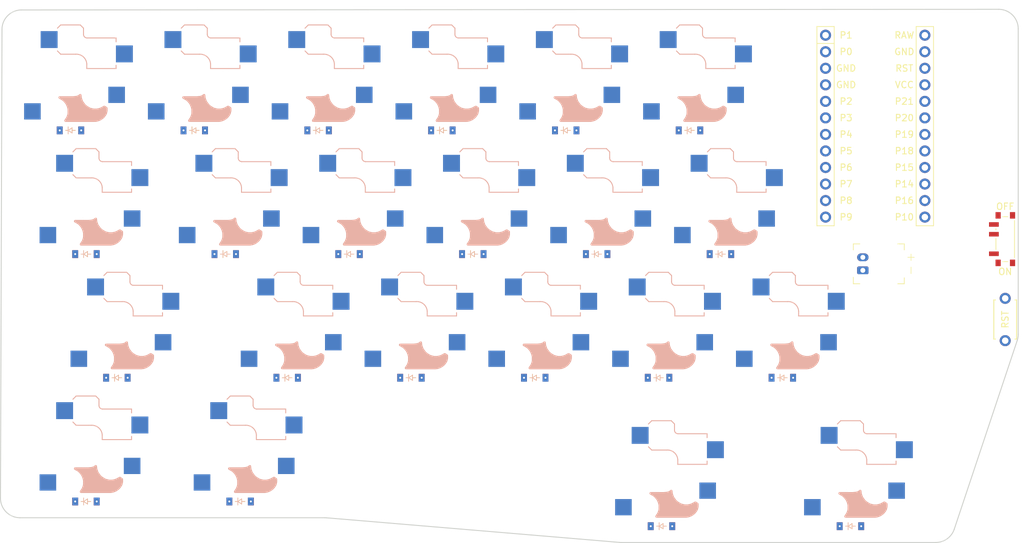
<source format=kicad_pcb>


(kicad_pcb
  (version 20240108)
  (generator "ergogen")
  (generator_version "4.2.1")
  (general
    (thickness 1.6)
    (legacy_teardrops no)
  )
  (paper "A3")
  (title_block
    (title "left_pcbv2")
    (date "2026-02-09")
    (rev "v1.0.0")
    (company "Unknown")
  )

  (layers
    (0 "F.Cu" signal)
    (31 "B.Cu" signal)
    (32 "B.Adhes" user "B.Adhesive")
    (33 "F.Adhes" user "F.Adhesive")
    (34 "B.Paste" user)
    (35 "F.Paste" user)
    (36 "B.SilkS" user "B.Silkscreen")
    (37 "F.SilkS" user "F.Silkscreen")
    (38 "B.Mask" user)
    (39 "F.Mask" user)
    (40 "Dwgs.User" user "User.Drawings")
    (41 "Cmts.User" user "User.Comments")
    (42 "Eco1.User" user "User.Eco1")
    (43 "Eco2.User" user "User.Eco2")
    (44 "Edge.Cuts" user)
    (45 "Margin" user)
    (46 "B.CrtYd" user "B.Courtyard")
    (47 "F.CrtYd" user "F.Courtyard")
    (48 "B.Fab" user)
    (49 "F.Fab" user)
  )

  (setup
    (pad_to_mask_clearance 0.05)
    (allow_soldermask_bridges_in_footprints no)
    (pcbplotparams
      (layerselection 0x00010fc_ffffffff)
      (plot_on_all_layers_selection 0x0000000_00000000)
      (disableapertmacros no)
      (usegerberextensions no)
      (usegerberattributes yes)
      (usegerberadvancedattributes yes)
      (creategerberjobfile yes)
      (dashed_line_dash_ratio 12.000000)
      (dashed_line_gap_ratio 3.000000)
      (svgprecision 4)
      (plotframeref no)
      (viasonmask no)
      (mode 1)
      (useauxorigin no)
      (hpglpennumber 1)
      (hpglpenspeed 20)
      (hpglpendiameter 15.000000)
      (pdf_front_fp_property_popups yes)
      (pdf_back_fp_property_popups yes)
      (dxfpolygonmode yes)
      (dxfimperialunits yes)
      (dxfusepcbnewfont yes)
      (psnegative no)
      (psa4output no)
      (plotreference yes)
      (plotvalue yes)
      (plotfptext yes)
      (plotinvisibletext no)
      (sketchpadsonfab no)
      (subtractmaskfromsilk no)
      (outputformat 1)
      (mirror no)
      (drillshape 1)
      (scaleselection 1)
      (outputdirectory "")
    )
  )

  (net 0 "")
(net 1 "P0")
(net 2 "esc_default")
(net 3 "GND")
(net 4 "D1")
(net 5 "D2")
(net 6 "P1")
(net 7 "q_default")
(net 8 "P2")
(net 9 "w_default")
(net 10 "P3")
(net 11 "e_default")
(net 12 "P4")
(net 13 "r_default")
(net 14 "P5")
(net 15 "t_default")
(net 16 "tab_default")
(net 17 "a_default")
(net 18 "s_default")
(net 19 "d_default")
(net 20 "f_default")
(net 21 "g_default")
(net 22 "lshift_default")
(net 23 "z_default")
(net 24 "x_default")
(net 25 "c_default")
(net 26 "v_default")
(net 27 "b_default")
(net 28 "lctrl_default")
(net 29 "super_default")
(net 30 "lower_default")
(net 31 "space_default")
(net 32 "P6")
(net 33 "P7")
(net 34 "P8")
(net 35 "P9")
(net 36 "RAW")
(net 37 "RST")
(net 38 "VCC")
(net 39 "P21")
(net 40 "P20")
(net 41 "P19")
(net 42 "P18")
(net 43 "P15")
(net 44 "P14")
(net 45 "P16")
(net 46 "P10")
(net 47 "P101")
(net 48 "P102")
(net 49 "P107")
(net 50 "MCU1_24")
(net 51 "MCU1_1")
(net 52 "MCU1_23")
(net 53 "MCU1_2")
(net 54 "MCU1_22")
(net 55 "MCU1_3")
(net 56 "MCU1_21")
(net 57 "MCU1_4")
(net 58 "MCU1_20")
(net 59 "MCU1_5")
(net 60 "MCU1_19")
(net 61 "MCU1_6")
(net 62 "MCU1_18")
(net 63 "MCU1_7")
(net 64 "MCU1_17")
(net 65 "MCU1_8")
(net 66 "MCU1_16")
(net 67 "MCU1_9")
(net 68 "MCU1_15")
(net 69 "MCU1_10")
(net 70 "MCU1_14")
(net 71 "MCU1_11")
(net 72 "MCU1_13")
(net 73 "MCU1_12")
(net 74 "BAT_P")
(net 75 "JST1_1")
(net 76 "JST1_2")

  
  (footprint "ceoloide:switch_choc_v1_v2" (layer "B.Cu") (at 109.5 100 0))
    

  (footprint "ceoloide:switch_choc_v1_v2" (layer "B.Cu") (at 128.5 100 0))
    

  (footprint "ceoloide:switch_choc_v1_v2" (layer "B.Cu") (at 147.5 100 0))
    

  (footprint "ceoloide:switch_choc_v1_v2" (layer "B.Cu") (at 166.5 100 0))
    

  (footprint "ceoloide:switch_choc_v1_v2" (layer "B.Cu") (at 185.5 100 0))
    

  (footprint "ceoloide:switch_choc_v1_v2" (layer "B.Cu") (at 204.5 100 0))
    

  (footprint "ceoloide:switch_choc_v1_v2" (layer "B.Cu") (at 111.875 119 0))
    

  (footprint "ceoloide:switch_choc_v1_v2" (layer "B.Cu") (at 133.25 119 0))
    

  (footprint "ceoloide:switch_choc_v1_v2" (layer "B.Cu") (at 152.25 119 0))
    

  (footprint "ceoloide:switch_choc_v1_v2" (layer "B.Cu") (at 171.25 119 0))
    

  (footprint "ceoloide:switch_choc_v1_v2" (layer "B.Cu") (at 190.25 119 0))
    

  (footprint "ceoloide:switch_choc_v1_v2" (layer "B.Cu") (at 209.25 119 0))
    

  (footprint "ceoloide:switch_choc_v1_v2" (layer "B.Cu") (at 116.625 138 0))
    

  (footprint "ceoloide:switch_choc_v1_v2" (layer "B.Cu") (at 142.75 138 0))
    

  (footprint "ceoloide:switch_choc_v1_v2" (layer "B.Cu") (at 161.75 138 0))
    

  (footprint "ceoloide:switch_choc_v1_v2" (layer "B.Cu") (at 180.75 138 0))
    

  (footprint "ceoloide:switch_choc_v1_v2" (layer "B.Cu") (at 199.75 138 0))
    

  (footprint "ceoloide:switch_choc_v1_v2" (layer "B.Cu") (at 218.75 138 0))
    

  (footprint "ceoloide:switch_choc_v1_v2" (layer "B.Cu") (at 111.875 157 0))
    

  (footprint "ceoloide:switch_choc_v1_v2" (layer "B.Cu") (at 135.53 157 0))
    

  (footprint "ceoloide:switch_choc_v1_v2" (layer "B.Cu") (at 200.2 160.8 0))
    

  (footprint "ceoloide:switch_choc_v1_v2" (layer "B.Cu") (at 229.2 160.8 0))
    

  (footprint "ceoloide:switch_mx" (layer "B.Cu") (at 109.5 100 180))
    

  (footprint "ceoloide:switch_mx" (layer "B.Cu") (at 128.5 100 180))
    

  (footprint "ceoloide:switch_mx" (layer "B.Cu") (at 147.5 100 180))
    

  (footprint "ceoloide:switch_mx" (layer "B.Cu") (at 166.5 100 180))
    

  (footprint "ceoloide:switch_mx" (layer "B.Cu") (at 185.5 100 180))
    

  (footprint "ceoloide:switch_mx" (layer "B.Cu") (at 204.5 100 180))
    

  (footprint "ceoloide:switch_mx" (layer "B.Cu") (at 111.875 119 180))
    

  (footprint "ceoloide:switch_mx" (layer "B.Cu") (at 133.25 119 180))
    

  (footprint "ceoloide:switch_mx" (layer "B.Cu") (at 152.25 119 180))
    

  (footprint "ceoloide:switch_mx" (layer "B.Cu") (at 171.25 119 180))
    

  (footprint "ceoloide:switch_mx" (layer "B.Cu") (at 190.25 119 180))
    

  (footprint "ceoloide:switch_mx" (layer "B.Cu") (at 209.25 119 180))
    

  (footprint "ceoloide:switch_mx" (layer "B.Cu") (at 116.625 138 180))
    

  (footprint "ceoloide:switch_mx" (layer "B.Cu") (at 142.75 138 180))
    

  (footprint "ceoloide:switch_mx" (layer "B.Cu") (at 161.75 138 180))
    

  (footprint "ceoloide:switch_mx" (layer "B.Cu") (at 180.75 138 180))
    

  (footprint "ceoloide:switch_mx" (layer "B.Cu") (at 199.75 138 180))
    

  (footprint "ceoloide:switch_mx" (layer "B.Cu") (at 218.75 138 180))
    

  (footprint "ceoloide:switch_mx" (layer "B.Cu") (at 111.875 157 180))
    

  (footprint "ceoloide:switch_mx" (layer "B.Cu") (at 135.53 157 180))
    

  (footprint "ceoloide:switch_mx" (layer "B.Cu") (at 200.2 160.8 180))
    

  (footprint "ceoloide:switch_mx" (layer "B.Cu") (at 229.2 160.8 180))
    

  
    (module ComboDiode (layer F.Cu) (tedit 5B24D78E)


        (at 109.5 108 0)

        
        (fp_text reference "D1" (at 0 0) (layer F.SilkS) hide (effects (font (size 1.27 1.27) (thickness 0.15))))
        (fp_text value "" (at 0 0) (layer F.SilkS) hide (effects (font (size 1.27 1.27) (thickness 0.15))))
        
        
        (fp_line (start 0.25 0) (end 0.75 0) (layer F.SilkS) (width 0.1))
        (fp_line (start 0.25 0.4) (end -0.35 0) (layer F.SilkS) (width 0.1))
        (fp_line (start 0.25 -0.4) (end 0.25 0.4) (layer F.SilkS) (width 0.1))
        (fp_line (start -0.35 0) (end 0.25 -0.4) (layer F.SilkS) (width 0.1))
        (fp_line (start -0.35 0) (end -0.35 0.55) (layer F.SilkS) (width 0.1))
        (fp_line (start -0.35 0) (end -0.35 -0.55) (layer F.SilkS) (width 0.1))
        (fp_line (start -0.75 0) (end -0.35 0) (layer F.SilkS) (width 0.1))
        (fp_line (start 0.25 0) (end 0.75 0) (layer B.SilkS) (width 0.1))
        (fp_line (start 0.25 0.4) (end -0.35 0) (layer B.SilkS) (width 0.1))
        (fp_line (start 0.25 -0.4) (end 0.25 0.4) (layer B.SilkS) (width 0.1))
        (fp_line (start -0.35 0) (end 0.25 -0.4) (layer B.SilkS) (width 0.1))
        (fp_line (start -0.35 0) (end -0.35 0.55) (layer B.SilkS) (width 0.1))
        (fp_line (start -0.35 0) (end -0.35 -0.55) (layer B.SilkS) (width 0.1))
        (fp_line (start -0.75 0) (end -0.35 0) (layer B.SilkS) (width 0.1))
    
        
        (pad 1 smd rect (at -1.65 0 0) (size 0.9 1.2) (layers F.Cu F.Paste F.Mask) (net 32 "P6"))
        (pad 2 smd rect (at 1.65 0 0) (size 0.9 1.2) (layers B.Cu B.Paste B.Mask) (net 2 "esc_default"))
        (pad 1 smd rect (at -1.65 0 0) (size 0.9 1.2) (layers B.Cu B.Paste B.Mask) (net 32 "P6"))
        (pad 2 smd rect (at 1.65 0 0) (size 0.9 1.2) (layers F.Cu F.Paste F.Mask) (net 2 "esc_default"))
        
        (pad 1 thru_hole circle (at -1.65 0 0) (size 0.6 0.6) (drill 0.3) (layers "*.Cu") (zone_connect 2) (net 32 "P6"))
        (pad 1 thru_hole circle (at 1.65 0 0) (size 0.6 0.6) (drill 0.3) (layers "*.Cu") (zone_connect 2) (net 2 "esc_default"))
        
    )
  
    

  
    (module ComboDiode (layer F.Cu) (tedit 5B24D78E)


        (at 128.5 108 0)

        
        (fp_text reference "D2" (at 0 0) (layer F.SilkS) hide (effects (font (size 1.27 1.27) (thickness 0.15))))
        (fp_text value "" (at 0 0) (layer F.SilkS) hide (effects (font (size 1.27 1.27) (thickness 0.15))))
        
        
        (fp_line (start 0.25 0) (end 0.75 0) (layer F.SilkS) (width 0.1))
        (fp_line (start 0.25 0.4) (end -0.35 0) (layer F.SilkS) (width 0.1))
        (fp_line (start 0.25 -0.4) (end 0.25 0.4) (layer F.SilkS) (width 0.1))
        (fp_line (start -0.35 0) (end 0.25 -0.4) (layer F.SilkS) (width 0.1))
        (fp_line (start -0.35 0) (end -0.35 0.55) (layer F.SilkS) (width 0.1))
        (fp_line (start -0.35 0) (end -0.35 -0.55) (layer F.SilkS) (width 0.1))
        (fp_line (start -0.75 0) (end -0.35 0) (layer F.SilkS) (width 0.1))
        (fp_line (start 0.25 0) (end 0.75 0) (layer B.SilkS) (width 0.1))
        (fp_line (start 0.25 0.4) (end -0.35 0) (layer B.SilkS) (width 0.1))
        (fp_line (start 0.25 -0.4) (end 0.25 0.4) (layer B.SilkS) (width 0.1))
        (fp_line (start -0.35 0) (end 0.25 -0.4) (layer B.SilkS) (width 0.1))
        (fp_line (start -0.35 0) (end -0.35 0.55) (layer B.SilkS) (width 0.1))
        (fp_line (start -0.35 0) (end -0.35 -0.55) (layer B.SilkS) (width 0.1))
        (fp_line (start -0.75 0) (end -0.35 0) (layer B.SilkS) (width 0.1))
    
        
        (pad 1 smd rect (at -1.65 0 0) (size 0.9 1.2) (layers F.Cu F.Paste F.Mask) (net 32 "P6"))
        (pad 2 smd rect (at 1.65 0 0) (size 0.9 1.2) (layers B.Cu B.Paste B.Mask) (net 7 "q_default"))
        (pad 1 smd rect (at -1.65 0 0) (size 0.9 1.2) (layers B.Cu B.Paste B.Mask) (net 32 "P6"))
        (pad 2 smd rect (at 1.65 0 0) (size 0.9 1.2) (layers F.Cu F.Paste F.Mask) (net 7 "q_default"))
        
        (pad 1 thru_hole circle (at -1.65 0 0) (size 0.6 0.6) (drill 0.3) (layers "*.Cu") (zone_connect 2) (net 32 "P6"))
        (pad 1 thru_hole circle (at 1.65 0 0) (size 0.6 0.6) (drill 0.3) (layers "*.Cu") (zone_connect 2) (net 7 "q_default"))
        
    )
  
    

  
    (module ComboDiode (layer F.Cu) (tedit 5B24D78E)


        (at 147.5 108 0)

        
        (fp_text reference "D3" (at 0 0) (layer F.SilkS) hide (effects (font (size 1.27 1.27) (thickness 0.15))))
        (fp_text value "" (at 0 0) (layer F.SilkS) hide (effects (font (size 1.27 1.27) (thickness 0.15))))
        
        
        (fp_line (start 0.25 0) (end 0.75 0) (layer F.SilkS) (width 0.1))
        (fp_line (start 0.25 0.4) (end -0.35 0) (layer F.SilkS) (width 0.1))
        (fp_line (start 0.25 -0.4) (end 0.25 0.4) (layer F.SilkS) (width 0.1))
        (fp_line (start -0.35 0) (end 0.25 -0.4) (layer F.SilkS) (width 0.1))
        (fp_line (start -0.35 0) (end -0.35 0.55) (layer F.SilkS) (width 0.1))
        (fp_line (start -0.35 0) (end -0.35 -0.55) (layer F.SilkS) (width 0.1))
        (fp_line (start -0.75 0) (end -0.35 0) (layer F.SilkS) (width 0.1))
        (fp_line (start 0.25 0) (end 0.75 0) (layer B.SilkS) (width 0.1))
        (fp_line (start 0.25 0.4) (end -0.35 0) (layer B.SilkS) (width 0.1))
        (fp_line (start 0.25 -0.4) (end 0.25 0.4) (layer B.SilkS) (width 0.1))
        (fp_line (start -0.35 0) (end 0.25 -0.4) (layer B.SilkS) (width 0.1))
        (fp_line (start -0.35 0) (end -0.35 0.55) (layer B.SilkS) (width 0.1))
        (fp_line (start -0.35 0) (end -0.35 -0.55) (layer B.SilkS) (width 0.1))
        (fp_line (start -0.75 0) (end -0.35 0) (layer B.SilkS) (width 0.1))
    
        
        (pad 1 smd rect (at -1.65 0 0) (size 0.9 1.2) (layers F.Cu F.Paste F.Mask) (net 32 "P6"))
        (pad 2 smd rect (at 1.65 0 0) (size 0.9 1.2) (layers B.Cu B.Paste B.Mask) (net 9 "w_default"))
        (pad 1 smd rect (at -1.65 0 0) (size 0.9 1.2) (layers B.Cu B.Paste B.Mask) (net 32 "P6"))
        (pad 2 smd rect (at 1.65 0 0) (size 0.9 1.2) (layers F.Cu F.Paste F.Mask) (net 9 "w_default"))
        
        (pad 1 thru_hole circle (at -1.65 0 0) (size 0.6 0.6) (drill 0.3) (layers "*.Cu") (zone_connect 2) (net 32 "P6"))
        (pad 1 thru_hole circle (at 1.65 0 0) (size 0.6 0.6) (drill 0.3) (layers "*.Cu") (zone_connect 2) (net 9 "w_default"))
        
    )
  
    

  
    (module ComboDiode (layer F.Cu) (tedit 5B24D78E)


        (at 166.5 108 0)

        
        (fp_text reference "D4" (at 0 0) (layer F.SilkS) hide (effects (font (size 1.27 1.27) (thickness 0.15))))
        (fp_text value "" (at 0 0) (layer F.SilkS) hide (effects (font (size 1.27 1.27) (thickness 0.15))))
        
        
        (fp_line (start 0.25 0) (end 0.75 0) (layer F.SilkS) (width 0.1))
        (fp_line (start 0.25 0.4) (end -0.35 0) (layer F.SilkS) (width 0.1))
        (fp_line (start 0.25 -0.4) (end 0.25 0.4) (layer F.SilkS) (width 0.1))
        (fp_line (start -0.35 0) (end 0.25 -0.4) (layer F.SilkS) (width 0.1))
        (fp_line (start -0.35 0) (end -0.35 0.55) (layer F.SilkS) (width 0.1))
        (fp_line (start -0.35 0) (end -0.35 -0.55) (layer F.SilkS) (width 0.1))
        (fp_line (start -0.75 0) (end -0.35 0) (layer F.SilkS) (width 0.1))
        (fp_line (start 0.25 0) (end 0.75 0) (layer B.SilkS) (width 0.1))
        (fp_line (start 0.25 0.4) (end -0.35 0) (layer B.SilkS) (width 0.1))
        (fp_line (start 0.25 -0.4) (end 0.25 0.4) (layer B.SilkS) (width 0.1))
        (fp_line (start -0.35 0) (end 0.25 -0.4) (layer B.SilkS) (width 0.1))
        (fp_line (start -0.35 0) (end -0.35 0.55) (layer B.SilkS) (width 0.1))
        (fp_line (start -0.35 0) (end -0.35 -0.55) (layer B.SilkS) (width 0.1))
        (fp_line (start -0.75 0) (end -0.35 0) (layer B.SilkS) (width 0.1))
    
        
        (pad 1 smd rect (at -1.65 0 0) (size 0.9 1.2) (layers F.Cu F.Paste F.Mask) (net 32 "P6"))
        (pad 2 smd rect (at 1.65 0 0) (size 0.9 1.2) (layers B.Cu B.Paste B.Mask) (net 11 "e_default"))
        (pad 1 smd rect (at -1.65 0 0) (size 0.9 1.2) (layers B.Cu B.Paste B.Mask) (net 32 "P6"))
        (pad 2 smd rect (at 1.65 0 0) (size 0.9 1.2) (layers F.Cu F.Paste F.Mask) (net 11 "e_default"))
        
        (pad 1 thru_hole circle (at -1.65 0 0) (size 0.6 0.6) (drill 0.3) (layers "*.Cu") (zone_connect 2) (net 32 "P6"))
        (pad 1 thru_hole circle (at 1.65 0 0) (size 0.6 0.6) (drill 0.3) (layers "*.Cu") (zone_connect 2) (net 11 "e_default"))
        
    )
  
    

  
    (module ComboDiode (layer F.Cu) (tedit 5B24D78E)


        (at 185.5 108 0)

        
        (fp_text reference "D5" (at 0 0) (layer F.SilkS) hide (effects (font (size 1.27 1.27) (thickness 0.15))))
        (fp_text value "" (at 0 0) (layer F.SilkS) hide (effects (font (size 1.27 1.27) (thickness 0.15))))
        
        
        (fp_line (start 0.25 0) (end 0.75 0) (layer F.SilkS) (width 0.1))
        (fp_line (start 0.25 0.4) (end -0.35 0) (layer F.SilkS) (width 0.1))
        (fp_line (start 0.25 -0.4) (end 0.25 0.4) (layer F.SilkS) (width 0.1))
        (fp_line (start -0.35 0) (end 0.25 -0.4) (layer F.SilkS) (width 0.1))
        (fp_line (start -0.35 0) (end -0.35 0.55) (layer F.SilkS) (width 0.1))
        (fp_line (start -0.35 0) (end -0.35 -0.55) (layer F.SilkS) (width 0.1))
        (fp_line (start -0.75 0) (end -0.35 0) (layer F.SilkS) (width 0.1))
        (fp_line (start 0.25 0) (end 0.75 0) (layer B.SilkS) (width 0.1))
        (fp_line (start 0.25 0.4) (end -0.35 0) (layer B.SilkS) (width 0.1))
        (fp_line (start 0.25 -0.4) (end 0.25 0.4) (layer B.SilkS) (width 0.1))
        (fp_line (start -0.35 0) (end 0.25 -0.4) (layer B.SilkS) (width 0.1))
        (fp_line (start -0.35 0) (end -0.35 0.55) (layer B.SilkS) (width 0.1))
        (fp_line (start -0.35 0) (end -0.35 -0.55) (layer B.SilkS) (width 0.1))
        (fp_line (start -0.75 0) (end -0.35 0) (layer B.SilkS) (width 0.1))
    
        
        (pad 1 smd rect (at -1.65 0 0) (size 0.9 1.2) (layers F.Cu F.Paste F.Mask) (net 32 "P6"))
        (pad 2 smd rect (at 1.65 0 0) (size 0.9 1.2) (layers B.Cu B.Paste B.Mask) (net 13 "r_default"))
        (pad 1 smd rect (at -1.65 0 0) (size 0.9 1.2) (layers B.Cu B.Paste B.Mask) (net 32 "P6"))
        (pad 2 smd rect (at 1.65 0 0) (size 0.9 1.2) (layers F.Cu F.Paste F.Mask) (net 13 "r_default"))
        
        (pad 1 thru_hole circle (at -1.65 0 0) (size 0.6 0.6) (drill 0.3) (layers "*.Cu") (zone_connect 2) (net 32 "P6"))
        (pad 1 thru_hole circle (at 1.65 0 0) (size 0.6 0.6) (drill 0.3) (layers "*.Cu") (zone_connect 2) (net 13 "r_default"))
        
    )
  
    

  
    (module ComboDiode (layer F.Cu) (tedit 5B24D78E)


        (at 204.5 108 0)

        
        (fp_text reference "D6" (at 0 0) (layer F.SilkS) hide (effects (font (size 1.27 1.27) (thickness 0.15))))
        (fp_text value "" (at 0 0) (layer F.SilkS) hide (effects (font (size 1.27 1.27) (thickness 0.15))))
        
        
        (fp_line (start 0.25 0) (end 0.75 0) (layer F.SilkS) (width 0.1))
        (fp_line (start 0.25 0.4) (end -0.35 0) (layer F.SilkS) (width 0.1))
        (fp_line (start 0.25 -0.4) (end 0.25 0.4) (layer F.SilkS) (width 0.1))
        (fp_line (start -0.35 0) (end 0.25 -0.4) (layer F.SilkS) (width 0.1))
        (fp_line (start -0.35 0) (end -0.35 0.55) (layer F.SilkS) (width 0.1))
        (fp_line (start -0.35 0) (end -0.35 -0.55) (layer F.SilkS) (width 0.1))
        (fp_line (start -0.75 0) (end -0.35 0) (layer F.SilkS) (width 0.1))
        (fp_line (start 0.25 0) (end 0.75 0) (layer B.SilkS) (width 0.1))
        (fp_line (start 0.25 0.4) (end -0.35 0) (layer B.SilkS) (width 0.1))
        (fp_line (start 0.25 -0.4) (end 0.25 0.4) (layer B.SilkS) (width 0.1))
        (fp_line (start -0.35 0) (end 0.25 -0.4) (layer B.SilkS) (width 0.1))
        (fp_line (start -0.35 0) (end -0.35 0.55) (layer B.SilkS) (width 0.1))
        (fp_line (start -0.35 0) (end -0.35 -0.55) (layer B.SilkS) (width 0.1))
        (fp_line (start -0.75 0) (end -0.35 0) (layer B.SilkS) (width 0.1))
    
        
        (pad 1 smd rect (at -1.65 0 0) (size 0.9 1.2) (layers F.Cu F.Paste F.Mask) (net 32 "P6"))
        (pad 2 smd rect (at 1.65 0 0) (size 0.9 1.2) (layers B.Cu B.Paste B.Mask) (net 15 "t_default"))
        (pad 1 smd rect (at -1.65 0 0) (size 0.9 1.2) (layers B.Cu B.Paste B.Mask) (net 32 "P6"))
        (pad 2 smd rect (at 1.65 0 0) (size 0.9 1.2) (layers F.Cu F.Paste F.Mask) (net 15 "t_default"))
        
        (pad 1 thru_hole circle (at -1.65 0 0) (size 0.6 0.6) (drill 0.3) (layers "*.Cu") (zone_connect 2) (net 32 "P6"))
        (pad 1 thru_hole circle (at 1.65 0 0) (size 0.6 0.6) (drill 0.3) (layers "*.Cu") (zone_connect 2) (net 15 "t_default"))
        
    )
  
    

  
    (module ComboDiode (layer F.Cu) (tedit 5B24D78E)


        (at 111.875 127 0)

        
        (fp_text reference "D7" (at 0 0) (layer F.SilkS) hide (effects (font (size 1.27 1.27) (thickness 0.15))))
        (fp_text value "" (at 0 0) (layer F.SilkS) hide (effects (font (size 1.27 1.27) (thickness 0.15))))
        
        
        (fp_line (start 0.25 0) (end 0.75 0) (layer F.SilkS) (width 0.1))
        (fp_line (start 0.25 0.4) (end -0.35 0) (layer F.SilkS) (width 0.1))
        (fp_line (start 0.25 -0.4) (end 0.25 0.4) (layer F.SilkS) (width 0.1))
        (fp_line (start -0.35 0) (end 0.25 -0.4) (layer F.SilkS) (width 0.1))
        (fp_line (start -0.35 0) (end -0.35 0.55) (layer F.SilkS) (width 0.1))
        (fp_line (start -0.35 0) (end -0.35 -0.55) (layer F.SilkS) (width 0.1))
        (fp_line (start -0.75 0) (end -0.35 0) (layer F.SilkS) (width 0.1))
        (fp_line (start 0.25 0) (end 0.75 0) (layer B.SilkS) (width 0.1))
        (fp_line (start 0.25 0.4) (end -0.35 0) (layer B.SilkS) (width 0.1))
        (fp_line (start 0.25 -0.4) (end 0.25 0.4) (layer B.SilkS) (width 0.1))
        (fp_line (start -0.35 0) (end 0.25 -0.4) (layer B.SilkS) (width 0.1))
        (fp_line (start -0.35 0) (end -0.35 0.55) (layer B.SilkS) (width 0.1))
        (fp_line (start -0.35 0) (end -0.35 -0.55) (layer B.SilkS) (width 0.1))
        (fp_line (start -0.75 0) (end -0.35 0) (layer B.SilkS) (width 0.1))
    
        
        (pad 1 smd rect (at -1.65 0 0) (size 0.9 1.2) (layers F.Cu F.Paste F.Mask) (net 33 "P7"))
        (pad 2 smd rect (at 1.65 0 0) (size 0.9 1.2) (layers B.Cu B.Paste B.Mask) (net 16 "tab_default"))
        (pad 1 smd rect (at -1.65 0 0) (size 0.9 1.2) (layers B.Cu B.Paste B.Mask) (net 33 "P7"))
        (pad 2 smd rect (at 1.65 0 0) (size 0.9 1.2) (layers F.Cu F.Paste F.Mask) (net 16 "tab_default"))
        
        (pad 1 thru_hole circle (at -1.65 0 0) (size 0.6 0.6) (drill 0.3) (layers "*.Cu") (zone_connect 2) (net 33 "P7"))
        (pad 1 thru_hole circle (at 1.65 0 0) (size 0.6 0.6) (drill 0.3) (layers "*.Cu") (zone_connect 2) (net 16 "tab_default"))
        
    )
  
    

  
    (module ComboDiode (layer F.Cu) (tedit 5B24D78E)


        (at 133.25 127 0)

        
        (fp_text reference "D8" (at 0 0) (layer F.SilkS) hide (effects (font (size 1.27 1.27) (thickness 0.15))))
        (fp_text value "" (at 0 0) (layer F.SilkS) hide (effects (font (size 1.27 1.27) (thickness 0.15))))
        
        
        (fp_line (start 0.25 0) (end 0.75 0) (layer F.SilkS) (width 0.1))
        (fp_line (start 0.25 0.4) (end -0.35 0) (layer F.SilkS) (width 0.1))
        (fp_line (start 0.25 -0.4) (end 0.25 0.4) (layer F.SilkS) (width 0.1))
        (fp_line (start -0.35 0) (end 0.25 -0.4) (layer F.SilkS) (width 0.1))
        (fp_line (start -0.35 0) (end -0.35 0.55) (layer F.SilkS) (width 0.1))
        (fp_line (start -0.35 0) (end -0.35 -0.55) (layer F.SilkS) (width 0.1))
        (fp_line (start -0.75 0) (end -0.35 0) (layer F.SilkS) (width 0.1))
        (fp_line (start 0.25 0) (end 0.75 0) (layer B.SilkS) (width 0.1))
        (fp_line (start 0.25 0.4) (end -0.35 0) (layer B.SilkS) (width 0.1))
        (fp_line (start 0.25 -0.4) (end 0.25 0.4) (layer B.SilkS) (width 0.1))
        (fp_line (start -0.35 0) (end 0.25 -0.4) (layer B.SilkS) (width 0.1))
        (fp_line (start -0.35 0) (end -0.35 0.55) (layer B.SilkS) (width 0.1))
        (fp_line (start -0.35 0) (end -0.35 -0.55) (layer B.SilkS) (width 0.1))
        (fp_line (start -0.75 0) (end -0.35 0) (layer B.SilkS) (width 0.1))
    
        
        (pad 1 smd rect (at -1.65 0 0) (size 0.9 1.2) (layers F.Cu F.Paste F.Mask) (net 33 "P7"))
        (pad 2 smd rect (at 1.65 0 0) (size 0.9 1.2) (layers B.Cu B.Paste B.Mask) (net 17 "a_default"))
        (pad 1 smd rect (at -1.65 0 0) (size 0.9 1.2) (layers B.Cu B.Paste B.Mask) (net 33 "P7"))
        (pad 2 smd rect (at 1.65 0 0) (size 0.9 1.2) (layers F.Cu F.Paste F.Mask) (net 17 "a_default"))
        
        (pad 1 thru_hole circle (at -1.65 0 0) (size 0.6 0.6) (drill 0.3) (layers "*.Cu") (zone_connect 2) (net 33 "P7"))
        (pad 1 thru_hole circle (at 1.65 0 0) (size 0.6 0.6) (drill 0.3) (layers "*.Cu") (zone_connect 2) (net 17 "a_default"))
        
    )
  
    

  
    (module ComboDiode (layer F.Cu) (tedit 5B24D78E)


        (at 152.25 127 0)

        
        (fp_text reference "D9" (at 0 0) (layer F.SilkS) hide (effects (font (size 1.27 1.27) (thickness 0.15))))
        (fp_text value "" (at 0 0) (layer F.SilkS) hide (effects (font (size 1.27 1.27) (thickness 0.15))))
        
        
        (fp_line (start 0.25 0) (end 0.75 0) (layer F.SilkS) (width 0.1))
        (fp_line (start 0.25 0.4) (end -0.35 0) (layer F.SilkS) (width 0.1))
        (fp_line (start 0.25 -0.4) (end 0.25 0.4) (layer F.SilkS) (width 0.1))
        (fp_line (start -0.35 0) (end 0.25 -0.4) (layer F.SilkS) (width 0.1))
        (fp_line (start -0.35 0) (end -0.35 0.55) (layer F.SilkS) (width 0.1))
        (fp_line (start -0.35 0) (end -0.35 -0.55) (layer F.SilkS) (width 0.1))
        (fp_line (start -0.75 0) (end -0.35 0) (layer F.SilkS) (width 0.1))
        (fp_line (start 0.25 0) (end 0.75 0) (layer B.SilkS) (width 0.1))
        (fp_line (start 0.25 0.4) (end -0.35 0) (layer B.SilkS) (width 0.1))
        (fp_line (start 0.25 -0.4) (end 0.25 0.4) (layer B.SilkS) (width 0.1))
        (fp_line (start -0.35 0) (end 0.25 -0.4) (layer B.SilkS) (width 0.1))
        (fp_line (start -0.35 0) (end -0.35 0.55) (layer B.SilkS) (width 0.1))
        (fp_line (start -0.35 0) (end -0.35 -0.55) (layer B.SilkS) (width 0.1))
        (fp_line (start -0.75 0) (end -0.35 0) (layer B.SilkS) (width 0.1))
    
        
        (pad 1 smd rect (at -1.65 0 0) (size 0.9 1.2) (layers F.Cu F.Paste F.Mask) (net 33 "P7"))
        (pad 2 smd rect (at 1.65 0 0) (size 0.9 1.2) (layers B.Cu B.Paste B.Mask) (net 18 "s_default"))
        (pad 1 smd rect (at -1.65 0 0) (size 0.9 1.2) (layers B.Cu B.Paste B.Mask) (net 33 "P7"))
        (pad 2 smd rect (at 1.65 0 0) (size 0.9 1.2) (layers F.Cu F.Paste F.Mask) (net 18 "s_default"))
        
        (pad 1 thru_hole circle (at -1.65 0 0) (size 0.6 0.6) (drill 0.3) (layers "*.Cu") (zone_connect 2) (net 33 "P7"))
        (pad 1 thru_hole circle (at 1.65 0 0) (size 0.6 0.6) (drill 0.3) (layers "*.Cu") (zone_connect 2) (net 18 "s_default"))
        
    )
  
    

  
    (module ComboDiode (layer F.Cu) (tedit 5B24D78E)


        (at 171.25 127 0)

        
        (fp_text reference "D10" (at 0 0) (layer F.SilkS) hide (effects (font (size 1.27 1.27) (thickness 0.15))))
        (fp_text value "" (at 0 0) (layer F.SilkS) hide (effects (font (size 1.27 1.27) (thickness 0.15))))
        
        
        (fp_line (start 0.25 0) (end 0.75 0) (layer F.SilkS) (width 0.1))
        (fp_line (start 0.25 0.4) (end -0.35 0) (layer F.SilkS) (width 0.1))
        (fp_line (start 0.25 -0.4) (end 0.25 0.4) (layer F.SilkS) (width 0.1))
        (fp_line (start -0.35 0) (end 0.25 -0.4) (layer F.SilkS) (width 0.1))
        (fp_line (start -0.35 0) (end -0.35 0.55) (layer F.SilkS) (width 0.1))
        (fp_line (start -0.35 0) (end -0.35 -0.55) (layer F.SilkS) (width 0.1))
        (fp_line (start -0.75 0) (end -0.35 0) (layer F.SilkS) (width 0.1))
        (fp_line (start 0.25 0) (end 0.75 0) (layer B.SilkS) (width 0.1))
        (fp_line (start 0.25 0.4) (end -0.35 0) (layer B.SilkS) (width 0.1))
        (fp_line (start 0.25 -0.4) (end 0.25 0.4) (layer B.SilkS) (width 0.1))
        (fp_line (start -0.35 0) (end 0.25 -0.4) (layer B.SilkS) (width 0.1))
        (fp_line (start -0.35 0) (end -0.35 0.55) (layer B.SilkS) (width 0.1))
        (fp_line (start -0.35 0) (end -0.35 -0.55) (layer B.SilkS) (width 0.1))
        (fp_line (start -0.75 0) (end -0.35 0) (layer B.SilkS) (width 0.1))
    
        
        (pad 1 smd rect (at -1.65 0 0) (size 0.9 1.2) (layers F.Cu F.Paste F.Mask) (net 33 "P7"))
        (pad 2 smd rect (at 1.65 0 0) (size 0.9 1.2) (layers B.Cu B.Paste B.Mask) (net 19 "d_default"))
        (pad 1 smd rect (at -1.65 0 0) (size 0.9 1.2) (layers B.Cu B.Paste B.Mask) (net 33 "P7"))
        (pad 2 smd rect (at 1.65 0 0) (size 0.9 1.2) (layers F.Cu F.Paste F.Mask) (net 19 "d_default"))
        
        (pad 1 thru_hole circle (at -1.65 0 0) (size 0.6 0.6) (drill 0.3) (layers "*.Cu") (zone_connect 2) (net 33 "P7"))
        (pad 1 thru_hole circle (at 1.65 0 0) (size 0.6 0.6) (drill 0.3) (layers "*.Cu") (zone_connect 2) (net 19 "d_default"))
        
    )
  
    

  
    (module ComboDiode (layer F.Cu) (tedit 5B24D78E)


        (at 190.25 127 0)

        
        (fp_text reference "D11" (at 0 0) (layer F.SilkS) hide (effects (font (size 1.27 1.27) (thickness 0.15))))
        (fp_text value "" (at 0 0) (layer F.SilkS) hide (effects (font (size 1.27 1.27) (thickness 0.15))))
        
        
        (fp_line (start 0.25 0) (end 0.75 0) (layer F.SilkS) (width 0.1))
        (fp_line (start 0.25 0.4) (end -0.35 0) (layer F.SilkS) (width 0.1))
        (fp_line (start 0.25 -0.4) (end 0.25 0.4) (layer F.SilkS) (width 0.1))
        (fp_line (start -0.35 0) (end 0.25 -0.4) (layer F.SilkS) (width 0.1))
        (fp_line (start -0.35 0) (end -0.35 0.55) (layer F.SilkS) (width 0.1))
        (fp_line (start -0.35 0) (end -0.35 -0.55) (layer F.SilkS) (width 0.1))
        (fp_line (start -0.75 0) (end -0.35 0) (layer F.SilkS) (width 0.1))
        (fp_line (start 0.25 0) (end 0.75 0) (layer B.SilkS) (width 0.1))
        (fp_line (start 0.25 0.4) (end -0.35 0) (layer B.SilkS) (width 0.1))
        (fp_line (start 0.25 -0.4) (end 0.25 0.4) (layer B.SilkS) (width 0.1))
        (fp_line (start -0.35 0) (end 0.25 -0.4) (layer B.SilkS) (width 0.1))
        (fp_line (start -0.35 0) (end -0.35 0.55) (layer B.SilkS) (width 0.1))
        (fp_line (start -0.35 0) (end -0.35 -0.55) (layer B.SilkS) (width 0.1))
        (fp_line (start -0.75 0) (end -0.35 0) (layer B.SilkS) (width 0.1))
    
        
        (pad 1 smd rect (at -1.65 0 0) (size 0.9 1.2) (layers F.Cu F.Paste F.Mask) (net 33 "P7"))
        (pad 2 smd rect (at 1.65 0 0) (size 0.9 1.2) (layers B.Cu B.Paste B.Mask) (net 20 "f_default"))
        (pad 1 smd rect (at -1.65 0 0) (size 0.9 1.2) (layers B.Cu B.Paste B.Mask) (net 33 "P7"))
        (pad 2 smd rect (at 1.65 0 0) (size 0.9 1.2) (layers F.Cu F.Paste F.Mask) (net 20 "f_default"))
        
        (pad 1 thru_hole circle (at -1.65 0 0) (size 0.6 0.6) (drill 0.3) (layers "*.Cu") (zone_connect 2) (net 33 "P7"))
        (pad 1 thru_hole circle (at 1.65 0 0) (size 0.6 0.6) (drill 0.3) (layers "*.Cu") (zone_connect 2) (net 20 "f_default"))
        
    )
  
    

  
    (module ComboDiode (layer F.Cu) (tedit 5B24D78E)


        (at 209.25 127 0)

        
        (fp_text reference "D12" (at 0 0) (layer F.SilkS) hide (effects (font (size 1.27 1.27) (thickness 0.15))))
        (fp_text value "" (at 0 0) (layer F.SilkS) hide (effects (font (size 1.27 1.27) (thickness 0.15))))
        
        
        (fp_line (start 0.25 0) (end 0.75 0) (layer F.SilkS) (width 0.1))
        (fp_line (start 0.25 0.4) (end -0.35 0) (layer F.SilkS) (width 0.1))
        (fp_line (start 0.25 -0.4) (end 0.25 0.4) (layer F.SilkS) (width 0.1))
        (fp_line (start -0.35 0) (end 0.25 -0.4) (layer F.SilkS) (width 0.1))
        (fp_line (start -0.35 0) (end -0.35 0.55) (layer F.SilkS) (width 0.1))
        (fp_line (start -0.35 0) (end -0.35 -0.55) (layer F.SilkS) (width 0.1))
        (fp_line (start -0.75 0) (end -0.35 0) (layer F.SilkS) (width 0.1))
        (fp_line (start 0.25 0) (end 0.75 0) (layer B.SilkS) (width 0.1))
        (fp_line (start 0.25 0.4) (end -0.35 0) (layer B.SilkS) (width 0.1))
        (fp_line (start 0.25 -0.4) (end 0.25 0.4) (layer B.SilkS) (width 0.1))
        (fp_line (start -0.35 0) (end 0.25 -0.4) (layer B.SilkS) (width 0.1))
        (fp_line (start -0.35 0) (end -0.35 0.55) (layer B.SilkS) (width 0.1))
        (fp_line (start -0.35 0) (end -0.35 -0.55) (layer B.SilkS) (width 0.1))
        (fp_line (start -0.75 0) (end -0.35 0) (layer B.SilkS) (width 0.1))
    
        
        (pad 1 smd rect (at -1.65 0 0) (size 0.9 1.2) (layers F.Cu F.Paste F.Mask) (net 33 "P7"))
        (pad 2 smd rect (at 1.65 0 0) (size 0.9 1.2) (layers B.Cu B.Paste B.Mask) (net 21 "g_default"))
        (pad 1 smd rect (at -1.65 0 0) (size 0.9 1.2) (layers B.Cu B.Paste B.Mask) (net 33 "P7"))
        (pad 2 smd rect (at 1.65 0 0) (size 0.9 1.2) (layers F.Cu F.Paste F.Mask) (net 21 "g_default"))
        
        (pad 1 thru_hole circle (at -1.65 0 0) (size 0.6 0.6) (drill 0.3) (layers "*.Cu") (zone_connect 2) (net 33 "P7"))
        (pad 1 thru_hole circle (at 1.65 0 0) (size 0.6 0.6) (drill 0.3) (layers "*.Cu") (zone_connect 2) (net 21 "g_default"))
        
    )
  
    

  
    (module ComboDiode (layer F.Cu) (tedit 5B24D78E)


        (at 116.625 146 0)

        
        (fp_text reference "D13" (at 0 0) (layer F.SilkS) hide (effects (font (size 1.27 1.27) (thickness 0.15))))
        (fp_text value "" (at 0 0) (layer F.SilkS) hide (effects (font (size 1.27 1.27) (thickness 0.15))))
        
        
        (fp_line (start 0.25 0) (end 0.75 0) (layer F.SilkS) (width 0.1))
        (fp_line (start 0.25 0.4) (end -0.35 0) (layer F.SilkS) (width 0.1))
        (fp_line (start 0.25 -0.4) (end 0.25 0.4) (layer F.SilkS) (width 0.1))
        (fp_line (start -0.35 0) (end 0.25 -0.4) (layer F.SilkS) (width 0.1))
        (fp_line (start -0.35 0) (end -0.35 0.55) (layer F.SilkS) (width 0.1))
        (fp_line (start -0.35 0) (end -0.35 -0.55) (layer F.SilkS) (width 0.1))
        (fp_line (start -0.75 0) (end -0.35 0) (layer F.SilkS) (width 0.1))
        (fp_line (start 0.25 0) (end 0.75 0) (layer B.SilkS) (width 0.1))
        (fp_line (start 0.25 0.4) (end -0.35 0) (layer B.SilkS) (width 0.1))
        (fp_line (start 0.25 -0.4) (end 0.25 0.4) (layer B.SilkS) (width 0.1))
        (fp_line (start -0.35 0) (end 0.25 -0.4) (layer B.SilkS) (width 0.1))
        (fp_line (start -0.35 0) (end -0.35 0.55) (layer B.SilkS) (width 0.1))
        (fp_line (start -0.35 0) (end -0.35 -0.55) (layer B.SilkS) (width 0.1))
        (fp_line (start -0.75 0) (end -0.35 0) (layer B.SilkS) (width 0.1))
    
        
        (pad 1 smd rect (at -1.65 0 0) (size 0.9 1.2) (layers F.Cu F.Paste F.Mask) (net 34 "P8"))
        (pad 2 smd rect (at 1.65 0 0) (size 0.9 1.2) (layers B.Cu B.Paste B.Mask) (net 22 "lshift_default"))
        (pad 1 smd rect (at -1.65 0 0) (size 0.9 1.2) (layers B.Cu B.Paste B.Mask) (net 34 "P8"))
        (pad 2 smd rect (at 1.65 0 0) (size 0.9 1.2) (layers F.Cu F.Paste F.Mask) (net 22 "lshift_default"))
        
        (pad 1 thru_hole circle (at -1.65 0 0) (size 0.6 0.6) (drill 0.3) (layers "*.Cu") (zone_connect 2) (net 34 "P8"))
        (pad 1 thru_hole circle (at 1.65 0 0) (size 0.6 0.6) (drill 0.3) (layers "*.Cu") (zone_connect 2) (net 22 "lshift_default"))
        
    )
  
    

  
    (module ComboDiode (layer F.Cu) (tedit 5B24D78E)


        (at 142.75 146 0)

        
        (fp_text reference "D14" (at 0 0) (layer F.SilkS) hide (effects (font (size 1.27 1.27) (thickness 0.15))))
        (fp_text value "" (at 0 0) (layer F.SilkS) hide (effects (font (size 1.27 1.27) (thickness 0.15))))
        
        
        (fp_line (start 0.25 0) (end 0.75 0) (layer F.SilkS) (width 0.1))
        (fp_line (start 0.25 0.4) (end -0.35 0) (layer F.SilkS) (width 0.1))
        (fp_line (start 0.25 -0.4) (end 0.25 0.4) (layer F.SilkS) (width 0.1))
        (fp_line (start -0.35 0) (end 0.25 -0.4) (layer F.SilkS) (width 0.1))
        (fp_line (start -0.35 0) (end -0.35 0.55) (layer F.SilkS) (width 0.1))
        (fp_line (start -0.35 0) (end -0.35 -0.55) (layer F.SilkS) (width 0.1))
        (fp_line (start -0.75 0) (end -0.35 0) (layer F.SilkS) (width 0.1))
        (fp_line (start 0.25 0) (end 0.75 0) (layer B.SilkS) (width 0.1))
        (fp_line (start 0.25 0.4) (end -0.35 0) (layer B.SilkS) (width 0.1))
        (fp_line (start 0.25 -0.4) (end 0.25 0.4) (layer B.SilkS) (width 0.1))
        (fp_line (start -0.35 0) (end 0.25 -0.4) (layer B.SilkS) (width 0.1))
        (fp_line (start -0.35 0) (end -0.35 0.55) (layer B.SilkS) (width 0.1))
        (fp_line (start -0.35 0) (end -0.35 -0.55) (layer B.SilkS) (width 0.1))
        (fp_line (start -0.75 0) (end -0.35 0) (layer B.SilkS) (width 0.1))
    
        
        (pad 1 smd rect (at -1.65 0 0) (size 0.9 1.2) (layers F.Cu F.Paste F.Mask) (net 34 "P8"))
        (pad 2 smd rect (at 1.65 0 0) (size 0.9 1.2) (layers B.Cu B.Paste B.Mask) (net 23 "z_default"))
        (pad 1 smd rect (at -1.65 0 0) (size 0.9 1.2) (layers B.Cu B.Paste B.Mask) (net 34 "P8"))
        (pad 2 smd rect (at 1.65 0 0) (size 0.9 1.2) (layers F.Cu F.Paste F.Mask) (net 23 "z_default"))
        
        (pad 1 thru_hole circle (at -1.65 0 0) (size 0.6 0.6) (drill 0.3) (layers "*.Cu") (zone_connect 2) (net 34 "P8"))
        (pad 1 thru_hole circle (at 1.65 0 0) (size 0.6 0.6) (drill 0.3) (layers "*.Cu") (zone_connect 2) (net 23 "z_default"))
        
    )
  
    

  
    (module ComboDiode (layer F.Cu) (tedit 5B24D78E)


        (at 161.75 146 0)

        
        (fp_text reference "D15" (at 0 0) (layer F.SilkS) hide (effects (font (size 1.27 1.27) (thickness 0.15))))
        (fp_text value "" (at 0 0) (layer F.SilkS) hide (effects (font (size 1.27 1.27) (thickness 0.15))))
        
        
        (fp_line (start 0.25 0) (end 0.75 0) (layer F.SilkS) (width 0.1))
        (fp_line (start 0.25 0.4) (end -0.35 0) (layer F.SilkS) (width 0.1))
        (fp_line (start 0.25 -0.4) (end 0.25 0.4) (layer F.SilkS) (width 0.1))
        (fp_line (start -0.35 0) (end 0.25 -0.4) (layer F.SilkS) (width 0.1))
        (fp_line (start -0.35 0) (end -0.35 0.55) (layer F.SilkS) (width 0.1))
        (fp_line (start -0.35 0) (end -0.35 -0.55) (layer F.SilkS) (width 0.1))
        (fp_line (start -0.75 0) (end -0.35 0) (layer F.SilkS) (width 0.1))
        (fp_line (start 0.25 0) (end 0.75 0) (layer B.SilkS) (width 0.1))
        (fp_line (start 0.25 0.4) (end -0.35 0) (layer B.SilkS) (width 0.1))
        (fp_line (start 0.25 -0.4) (end 0.25 0.4) (layer B.SilkS) (width 0.1))
        (fp_line (start -0.35 0) (end 0.25 -0.4) (layer B.SilkS) (width 0.1))
        (fp_line (start -0.35 0) (end -0.35 0.55) (layer B.SilkS) (width 0.1))
        (fp_line (start -0.35 0) (end -0.35 -0.55) (layer B.SilkS) (width 0.1))
        (fp_line (start -0.75 0) (end -0.35 0) (layer B.SilkS) (width 0.1))
    
        
        (pad 1 smd rect (at -1.65 0 0) (size 0.9 1.2) (layers F.Cu F.Paste F.Mask) (net 34 "P8"))
        (pad 2 smd rect (at 1.65 0 0) (size 0.9 1.2) (layers B.Cu B.Paste B.Mask) (net 24 "x_default"))
        (pad 1 smd rect (at -1.65 0 0) (size 0.9 1.2) (layers B.Cu B.Paste B.Mask) (net 34 "P8"))
        (pad 2 smd rect (at 1.65 0 0) (size 0.9 1.2) (layers F.Cu F.Paste F.Mask) (net 24 "x_default"))
        
        (pad 1 thru_hole circle (at -1.65 0 0) (size 0.6 0.6) (drill 0.3) (layers "*.Cu") (zone_connect 2) (net 34 "P8"))
        (pad 1 thru_hole circle (at 1.65 0 0) (size 0.6 0.6) (drill 0.3) (layers "*.Cu") (zone_connect 2) (net 24 "x_default"))
        
    )
  
    

  
    (module ComboDiode (layer F.Cu) (tedit 5B24D78E)


        (at 180.75 146 0)

        
        (fp_text reference "D16" (at 0 0) (layer F.SilkS) hide (effects (font (size 1.27 1.27) (thickness 0.15))))
        (fp_text value "" (at 0 0) (layer F.SilkS) hide (effects (font (size 1.27 1.27) (thickness 0.15))))
        
        
        (fp_line (start 0.25 0) (end 0.75 0) (layer F.SilkS) (width 0.1))
        (fp_line (start 0.25 0.4) (end -0.35 0) (layer F.SilkS) (width 0.1))
        (fp_line (start 0.25 -0.4) (end 0.25 0.4) (layer F.SilkS) (width 0.1))
        (fp_line (start -0.35 0) (end 0.25 -0.4) (layer F.SilkS) (width 0.1))
        (fp_line (start -0.35 0) (end -0.35 0.55) (layer F.SilkS) (width 0.1))
        (fp_line (start -0.35 0) (end -0.35 -0.55) (layer F.SilkS) (width 0.1))
        (fp_line (start -0.75 0) (end -0.35 0) (layer F.SilkS) (width 0.1))
        (fp_line (start 0.25 0) (end 0.75 0) (layer B.SilkS) (width 0.1))
        (fp_line (start 0.25 0.4) (end -0.35 0) (layer B.SilkS) (width 0.1))
        (fp_line (start 0.25 -0.4) (end 0.25 0.4) (layer B.SilkS) (width 0.1))
        (fp_line (start -0.35 0) (end 0.25 -0.4) (layer B.SilkS) (width 0.1))
        (fp_line (start -0.35 0) (end -0.35 0.55) (layer B.SilkS) (width 0.1))
        (fp_line (start -0.35 0) (end -0.35 -0.55) (layer B.SilkS) (width 0.1))
        (fp_line (start -0.75 0) (end -0.35 0) (layer B.SilkS) (width 0.1))
    
        
        (pad 1 smd rect (at -1.65 0 0) (size 0.9 1.2) (layers F.Cu F.Paste F.Mask) (net 34 "P8"))
        (pad 2 smd rect (at 1.65 0 0) (size 0.9 1.2) (layers B.Cu B.Paste B.Mask) (net 25 "c_default"))
        (pad 1 smd rect (at -1.65 0 0) (size 0.9 1.2) (layers B.Cu B.Paste B.Mask) (net 34 "P8"))
        (pad 2 smd rect (at 1.65 0 0) (size 0.9 1.2) (layers F.Cu F.Paste F.Mask) (net 25 "c_default"))
        
        (pad 1 thru_hole circle (at -1.65 0 0) (size 0.6 0.6) (drill 0.3) (layers "*.Cu") (zone_connect 2) (net 34 "P8"))
        (pad 1 thru_hole circle (at 1.65 0 0) (size 0.6 0.6) (drill 0.3) (layers "*.Cu") (zone_connect 2) (net 25 "c_default"))
        
    )
  
    

  
    (module ComboDiode (layer F.Cu) (tedit 5B24D78E)


        (at 199.75 146 0)

        
        (fp_text reference "D17" (at 0 0) (layer F.SilkS) hide (effects (font (size 1.27 1.27) (thickness 0.15))))
        (fp_text value "" (at 0 0) (layer F.SilkS) hide (effects (font (size 1.27 1.27) (thickness 0.15))))
        
        
        (fp_line (start 0.25 0) (end 0.75 0) (layer F.SilkS) (width 0.1))
        (fp_line (start 0.25 0.4) (end -0.35 0) (layer F.SilkS) (width 0.1))
        (fp_line (start 0.25 -0.4) (end 0.25 0.4) (layer F.SilkS) (width 0.1))
        (fp_line (start -0.35 0) (end 0.25 -0.4) (layer F.SilkS) (width 0.1))
        (fp_line (start -0.35 0) (end -0.35 0.55) (layer F.SilkS) (width 0.1))
        (fp_line (start -0.35 0) (end -0.35 -0.55) (layer F.SilkS) (width 0.1))
        (fp_line (start -0.75 0) (end -0.35 0) (layer F.SilkS) (width 0.1))
        (fp_line (start 0.25 0) (end 0.75 0) (layer B.SilkS) (width 0.1))
        (fp_line (start 0.25 0.4) (end -0.35 0) (layer B.SilkS) (width 0.1))
        (fp_line (start 0.25 -0.4) (end 0.25 0.4) (layer B.SilkS) (width 0.1))
        (fp_line (start -0.35 0) (end 0.25 -0.4) (layer B.SilkS) (width 0.1))
        (fp_line (start -0.35 0) (end -0.35 0.55) (layer B.SilkS) (width 0.1))
        (fp_line (start -0.35 0) (end -0.35 -0.55) (layer B.SilkS) (width 0.1))
        (fp_line (start -0.75 0) (end -0.35 0) (layer B.SilkS) (width 0.1))
    
        
        (pad 1 smd rect (at -1.65 0 0) (size 0.9 1.2) (layers F.Cu F.Paste F.Mask) (net 34 "P8"))
        (pad 2 smd rect (at 1.65 0 0) (size 0.9 1.2) (layers B.Cu B.Paste B.Mask) (net 26 "v_default"))
        (pad 1 smd rect (at -1.65 0 0) (size 0.9 1.2) (layers B.Cu B.Paste B.Mask) (net 34 "P8"))
        (pad 2 smd rect (at 1.65 0 0) (size 0.9 1.2) (layers F.Cu F.Paste F.Mask) (net 26 "v_default"))
        
        (pad 1 thru_hole circle (at -1.65 0 0) (size 0.6 0.6) (drill 0.3) (layers "*.Cu") (zone_connect 2) (net 34 "P8"))
        (pad 1 thru_hole circle (at 1.65 0 0) (size 0.6 0.6) (drill 0.3) (layers "*.Cu") (zone_connect 2) (net 26 "v_default"))
        
    )
  
    

  
    (module ComboDiode (layer F.Cu) (tedit 5B24D78E)


        (at 218.75 146 0)

        
        (fp_text reference "D18" (at 0 0) (layer F.SilkS) hide (effects (font (size 1.27 1.27) (thickness 0.15))))
        (fp_text value "" (at 0 0) (layer F.SilkS) hide (effects (font (size 1.27 1.27) (thickness 0.15))))
        
        
        (fp_line (start 0.25 0) (end 0.75 0) (layer F.SilkS) (width 0.1))
        (fp_line (start 0.25 0.4) (end -0.35 0) (layer F.SilkS) (width 0.1))
        (fp_line (start 0.25 -0.4) (end 0.25 0.4) (layer F.SilkS) (width 0.1))
        (fp_line (start -0.35 0) (end 0.25 -0.4) (layer F.SilkS) (width 0.1))
        (fp_line (start -0.35 0) (end -0.35 0.55) (layer F.SilkS) (width 0.1))
        (fp_line (start -0.35 0) (end -0.35 -0.55) (layer F.SilkS) (width 0.1))
        (fp_line (start -0.75 0) (end -0.35 0) (layer F.SilkS) (width 0.1))
        (fp_line (start 0.25 0) (end 0.75 0) (layer B.SilkS) (width 0.1))
        (fp_line (start 0.25 0.4) (end -0.35 0) (layer B.SilkS) (width 0.1))
        (fp_line (start 0.25 -0.4) (end 0.25 0.4) (layer B.SilkS) (width 0.1))
        (fp_line (start -0.35 0) (end 0.25 -0.4) (layer B.SilkS) (width 0.1))
        (fp_line (start -0.35 0) (end -0.35 0.55) (layer B.SilkS) (width 0.1))
        (fp_line (start -0.35 0) (end -0.35 -0.55) (layer B.SilkS) (width 0.1))
        (fp_line (start -0.75 0) (end -0.35 0) (layer B.SilkS) (width 0.1))
    
        
        (pad 1 smd rect (at -1.65 0 0) (size 0.9 1.2) (layers F.Cu F.Paste F.Mask) (net 34 "P8"))
        (pad 2 smd rect (at 1.65 0 0) (size 0.9 1.2) (layers B.Cu B.Paste B.Mask) (net 27 "b_default"))
        (pad 1 smd rect (at -1.65 0 0) (size 0.9 1.2) (layers B.Cu B.Paste B.Mask) (net 34 "P8"))
        (pad 2 smd rect (at 1.65 0 0) (size 0.9 1.2) (layers F.Cu F.Paste F.Mask) (net 27 "b_default"))
        
        (pad 1 thru_hole circle (at -1.65 0 0) (size 0.6 0.6) (drill 0.3) (layers "*.Cu") (zone_connect 2) (net 34 "P8"))
        (pad 1 thru_hole circle (at 1.65 0 0) (size 0.6 0.6) (drill 0.3) (layers "*.Cu") (zone_connect 2) (net 27 "b_default"))
        
    )
  
    

  
    (module ComboDiode (layer F.Cu) (tedit 5B24D78E)


        (at 111.875 165 0)

        
        (fp_text reference "D19" (at 0 0) (layer F.SilkS) hide (effects (font (size 1.27 1.27) (thickness 0.15))))
        (fp_text value "" (at 0 0) (layer F.SilkS) hide (effects (font (size 1.27 1.27) (thickness 0.15))))
        
        
        (fp_line (start 0.25 0) (end 0.75 0) (layer F.SilkS) (width 0.1))
        (fp_line (start 0.25 0.4) (end -0.35 0) (layer F.SilkS) (width 0.1))
        (fp_line (start 0.25 -0.4) (end 0.25 0.4) (layer F.SilkS) (width 0.1))
        (fp_line (start -0.35 0) (end 0.25 -0.4) (layer F.SilkS) (width 0.1))
        (fp_line (start -0.35 0) (end -0.35 0.55) (layer F.SilkS) (width 0.1))
        (fp_line (start -0.35 0) (end -0.35 -0.55) (layer F.SilkS) (width 0.1))
        (fp_line (start -0.75 0) (end -0.35 0) (layer F.SilkS) (width 0.1))
        (fp_line (start 0.25 0) (end 0.75 0) (layer B.SilkS) (width 0.1))
        (fp_line (start 0.25 0.4) (end -0.35 0) (layer B.SilkS) (width 0.1))
        (fp_line (start 0.25 -0.4) (end 0.25 0.4) (layer B.SilkS) (width 0.1))
        (fp_line (start -0.35 0) (end 0.25 -0.4) (layer B.SilkS) (width 0.1))
        (fp_line (start -0.35 0) (end -0.35 0.55) (layer B.SilkS) (width 0.1))
        (fp_line (start -0.35 0) (end -0.35 -0.55) (layer B.SilkS) (width 0.1))
        (fp_line (start -0.75 0) (end -0.35 0) (layer B.SilkS) (width 0.1))
    
        
        (pad 1 smd rect (at -1.65 0 0) (size 0.9 1.2) (layers F.Cu F.Paste F.Mask) (net 35 "P9"))
        (pad 2 smd rect (at 1.65 0 0) (size 0.9 1.2) (layers B.Cu B.Paste B.Mask) (net 28 "lctrl_default"))
        (pad 1 smd rect (at -1.65 0 0) (size 0.9 1.2) (layers B.Cu B.Paste B.Mask) (net 35 "P9"))
        (pad 2 smd rect (at 1.65 0 0) (size 0.9 1.2) (layers F.Cu F.Paste F.Mask) (net 28 "lctrl_default"))
        
        (pad 1 thru_hole circle (at -1.65 0 0) (size 0.6 0.6) (drill 0.3) (layers "*.Cu") (zone_connect 2) (net 35 "P9"))
        (pad 1 thru_hole circle (at 1.65 0 0) (size 0.6 0.6) (drill 0.3) (layers "*.Cu") (zone_connect 2) (net 28 "lctrl_default"))
        
    )
  
    

  
    (module ComboDiode (layer F.Cu) (tedit 5B24D78E)


        (at 135.53 165 0)

        
        (fp_text reference "D20" (at 0 0) (layer F.SilkS) hide (effects (font (size 1.27 1.27) (thickness 0.15))))
        (fp_text value "" (at 0 0) (layer F.SilkS) hide (effects (font (size 1.27 1.27) (thickness 0.15))))
        
        
        (fp_line (start 0.25 0) (end 0.75 0) (layer F.SilkS) (width 0.1))
        (fp_line (start 0.25 0.4) (end -0.35 0) (layer F.SilkS) (width 0.1))
        (fp_line (start 0.25 -0.4) (end 0.25 0.4) (layer F.SilkS) (width 0.1))
        (fp_line (start -0.35 0) (end 0.25 -0.4) (layer F.SilkS) (width 0.1))
        (fp_line (start -0.35 0) (end -0.35 0.55) (layer F.SilkS) (width 0.1))
        (fp_line (start -0.35 0) (end -0.35 -0.55) (layer F.SilkS) (width 0.1))
        (fp_line (start -0.75 0) (end -0.35 0) (layer F.SilkS) (width 0.1))
        (fp_line (start 0.25 0) (end 0.75 0) (layer B.SilkS) (width 0.1))
        (fp_line (start 0.25 0.4) (end -0.35 0) (layer B.SilkS) (width 0.1))
        (fp_line (start 0.25 -0.4) (end 0.25 0.4) (layer B.SilkS) (width 0.1))
        (fp_line (start -0.35 0) (end 0.25 -0.4) (layer B.SilkS) (width 0.1))
        (fp_line (start -0.35 0) (end -0.35 0.55) (layer B.SilkS) (width 0.1))
        (fp_line (start -0.35 0) (end -0.35 -0.55) (layer B.SilkS) (width 0.1))
        (fp_line (start -0.75 0) (end -0.35 0) (layer B.SilkS) (width 0.1))
    
        
        (pad 1 smd rect (at -1.65 0 0) (size 0.9 1.2) (layers F.Cu F.Paste F.Mask) (net 35 "P9"))
        (pad 2 smd rect (at 1.65 0 0) (size 0.9 1.2) (layers B.Cu B.Paste B.Mask) (net 29 "super_default"))
        (pad 1 smd rect (at -1.65 0 0) (size 0.9 1.2) (layers B.Cu B.Paste B.Mask) (net 35 "P9"))
        (pad 2 smd rect (at 1.65 0 0) (size 0.9 1.2) (layers F.Cu F.Paste F.Mask) (net 29 "super_default"))
        
        (pad 1 thru_hole circle (at -1.65 0 0) (size 0.6 0.6) (drill 0.3) (layers "*.Cu") (zone_connect 2) (net 35 "P9"))
        (pad 1 thru_hole circle (at 1.65 0 0) (size 0.6 0.6) (drill 0.3) (layers "*.Cu") (zone_connect 2) (net 29 "super_default"))
        
    )
  
    

  
    (module ComboDiode (layer F.Cu) (tedit 5B24D78E)


        (at 200.2 168.8 0)

        
        (fp_text reference "D21" (at 0 0) (layer F.SilkS) hide (effects (font (size 1.27 1.27) (thickness 0.15))))
        (fp_text value "" (at 0 0) (layer F.SilkS) hide (effects (font (size 1.27 1.27) (thickness 0.15))))
        
        
        (fp_line (start 0.25 0) (end 0.75 0) (layer F.SilkS) (width 0.1))
        (fp_line (start 0.25 0.4) (end -0.35 0) (layer F.SilkS) (width 0.1))
        (fp_line (start 0.25 -0.4) (end 0.25 0.4) (layer F.SilkS) (width 0.1))
        (fp_line (start -0.35 0) (end 0.25 -0.4) (layer F.SilkS) (width 0.1))
        (fp_line (start -0.35 0) (end -0.35 0.55) (layer F.SilkS) (width 0.1))
        (fp_line (start -0.35 0) (end -0.35 -0.55) (layer F.SilkS) (width 0.1))
        (fp_line (start -0.75 0) (end -0.35 0) (layer F.SilkS) (width 0.1))
        (fp_line (start 0.25 0) (end 0.75 0) (layer B.SilkS) (width 0.1))
        (fp_line (start 0.25 0.4) (end -0.35 0) (layer B.SilkS) (width 0.1))
        (fp_line (start 0.25 -0.4) (end 0.25 0.4) (layer B.SilkS) (width 0.1))
        (fp_line (start -0.35 0) (end 0.25 -0.4) (layer B.SilkS) (width 0.1))
        (fp_line (start -0.35 0) (end -0.35 0.55) (layer B.SilkS) (width 0.1))
        (fp_line (start -0.35 0) (end -0.35 -0.55) (layer B.SilkS) (width 0.1))
        (fp_line (start -0.75 0) (end -0.35 0) (layer B.SilkS) (width 0.1))
    
        
        (pad 1 smd rect (at -1.65 0 0) (size 0.9 1.2) (layers F.Cu F.Paste F.Mask) (net 35 "P9"))
        (pad 2 smd rect (at 1.65 0 0) (size 0.9 1.2) (layers B.Cu B.Paste B.Mask) (net 30 "lower_default"))
        (pad 1 smd rect (at -1.65 0 0) (size 0.9 1.2) (layers B.Cu B.Paste B.Mask) (net 35 "P9"))
        (pad 2 smd rect (at 1.65 0 0) (size 0.9 1.2) (layers F.Cu F.Paste F.Mask) (net 30 "lower_default"))
        
        (pad 1 thru_hole circle (at -1.65 0 0) (size 0.6 0.6) (drill 0.3) (layers "*.Cu") (zone_connect 2) (net 35 "P9"))
        (pad 1 thru_hole circle (at 1.65 0 0) (size 0.6 0.6) (drill 0.3) (layers "*.Cu") (zone_connect 2) (net 30 "lower_default"))
        
    )
  
    

  
    (module ComboDiode (layer F.Cu) (tedit 5B24D78E)


        (at 229.2 168.8 0)

        
        (fp_text reference "D22" (at 0 0) (layer F.SilkS) hide (effects (font (size 1.27 1.27) (thickness 0.15))))
        (fp_text value "" (at 0 0) (layer F.SilkS) hide (effects (font (size 1.27 1.27) (thickness 0.15))))
        
        
        (fp_line (start 0.25 0) (end 0.75 0) (layer F.SilkS) (width 0.1))
        (fp_line (start 0.25 0.4) (end -0.35 0) (layer F.SilkS) (width 0.1))
        (fp_line (start 0.25 -0.4) (end 0.25 0.4) (layer F.SilkS) (width 0.1))
        (fp_line (start -0.35 0) (end 0.25 -0.4) (layer F.SilkS) (width 0.1))
        (fp_line (start -0.35 0) (end -0.35 0.55) (layer F.SilkS) (width 0.1))
        (fp_line (start -0.35 0) (end -0.35 -0.55) (layer F.SilkS) (width 0.1))
        (fp_line (start -0.75 0) (end -0.35 0) (layer F.SilkS) (width 0.1))
        (fp_line (start 0.25 0) (end 0.75 0) (layer B.SilkS) (width 0.1))
        (fp_line (start 0.25 0.4) (end -0.35 0) (layer B.SilkS) (width 0.1))
        (fp_line (start 0.25 -0.4) (end 0.25 0.4) (layer B.SilkS) (width 0.1))
        (fp_line (start -0.35 0) (end 0.25 -0.4) (layer B.SilkS) (width 0.1))
        (fp_line (start -0.35 0) (end -0.35 0.55) (layer B.SilkS) (width 0.1))
        (fp_line (start -0.35 0) (end -0.35 -0.55) (layer B.SilkS) (width 0.1))
        (fp_line (start -0.75 0) (end -0.35 0) (layer B.SilkS) (width 0.1))
    
        
        (pad 1 smd rect (at -1.65 0 0) (size 0.9 1.2) (layers F.Cu F.Paste F.Mask) (net 35 "P9"))
        (pad 2 smd rect (at 1.65 0 0) (size 0.9 1.2) (layers B.Cu B.Paste B.Mask) (net 31 "space_default"))
        (pad 1 smd rect (at -1.65 0 0) (size 0.9 1.2) (layers B.Cu B.Paste B.Mask) (net 35 "P9"))
        (pad 2 smd rect (at 1.65 0 0) (size 0.9 1.2) (layers F.Cu F.Paste F.Mask) (net 31 "space_default"))
        
        (pad 1 thru_hole circle (at -1.65 0 0) (size 0.6 0.6) (drill 0.3) (layers "*.Cu") (zone_connect 2) (net 35 "P9"))
        (pad 1 thru_hole circle (at 1.65 0 0) (size 0.6 0.6) (drill 0.3) (layers "*.Cu") (zone_connect 2) (net 31 "space_default"))
        
    )
  
    

    
    
  (footprint "ceoloide:mcu_nice_nano" (layer "F.Cu") (at 233 106.08 0))

  
  
    

    (footprint "ceoloide:battery_connector_jst_ph_2" (layer "F.Cu") (at 231.1 128.5 90))
        

  (footprint "ceoloide:power_switch_smd_side" (layer "F.Cu") (at 252.95 124.7 0))
    

  (footprint "ceoloide:reset_switch_tht_top" (layer "F.Cu") (at 252.95 137.05 90))
        

  (footprint "ceoloide:mounting_hole_npth" (layer "F.Cu") (at 154.53 151.3 0))
  

  (footprint "ceoloide:mounting_hole_npth" (layer "F.Cu") (at 181.2 156.05 0))
  

  (footprint "ceoloide:mounting_hole_npth" (layer "F.Cu") (at 217.8 94.3 0))
  

  (footprint "ceoloide:mounting_hole_npth" (layer "F.Cu") (at 103.325 138 0))
  

  (footprint "ceoloide:mounting_hole_npth" (layer "F.Cu") (at 232.05 138 0))
  

  (footprint "ceoloide:mounting_hole_npth" (layer "F.Cu") (at 122.8 111.4 0))
  
  (gr_line (start 251.9480764 89.40192492696377) (end 101.98848257759002 89.49808369183867) (layer Edge.Cuts) (stroke (width 0.15) (type default)))
(gr_line (start 98.99042157758902 92.48846779222731) (end 98.75964620288357 164.4903847003261) (layer Edge.Cuts) (stroke (width 0.15) (type default)))
(gr_line (start 101.75963080288462 167.5) (end 148.52924033407885 167.5) (layer Edge.Cuts) (stroke (width 0.15) (type default)))
(gr_line (start 148.78031784311924 167.51052509236055) (end 193.77468215688089 171.28947490763946) (layer Edge.Cuts) (stroke (width 0.15) (type default)))
(gr_line (start 194.02575966592124 171.3) (end 242.28772233333333 171.3) (layer Edge.Cuts) (stroke (width 0.15) (type default)))
(gr_line (start 245.13377220333328 169.24868339) (end 254.79604987 140.26185038999995) (layer Edge.Cuts) (stroke (width 0.15) (type default)))
(gr_line (start 254.95 139.31316700000002) (end 254.95 92.40192432702791) (layer Edge.Cuts) (stroke (width 0.15) (type default)))
(gr_arc (start 101.98848257759008 89.49808369190279) (mid 99.87180697759007 90.3740450919028) (end 98.99042157759007 92.4884677919028) (layer Edge.Cuts) (stroke (width 0.15) (type default)))
(gr_arc (start 98.75964620288461 164.49038470000363) (mid 99.63491360288461 166.61791810000364) (end 101.75963080288462 167.50000000000364) (layer Edge.Cuts) (stroke (width 0.15) (type default)))
(gr_arc (start 148.78031783407886 167.5105251) (mid 148.65488933407886 167.5026324) (end 148.52924033407885 167.5) (layer Edge.Cuts) (stroke (width 0.15) (type default)))
(gr_arc (start 193.77468216592123 171.28947490000002) (mid 193.90011066592123 171.2973676) (end 194.02575966592124 171.3) (layer Edge.Cuts) (stroke (width 0.15) (type default)))
(gr_arc (start 242.28772233333333 171.3) (mid 244.04185313333335 170.7337266) (end 245.13377223333333 169.2486834) (layer Edge.Cuts) (stroke (width 0.15) (type default)))
(gr_arc (start 254.79604989999999 140.26185040000001) (mid 254.9112624 139.79371380000003) (end 254.95 139.31316700000002) (layer Edge.Cuts) (stroke (width 0.15) (type default)))
(gr_arc (start 254.95 92.40192432702791) (mid 254.0706401 90.27992402702792) (end 251.9480764 89.40192492702792) (layer Edge.Cuts) (stroke (width 0.15) (type default)))

)


</source>
